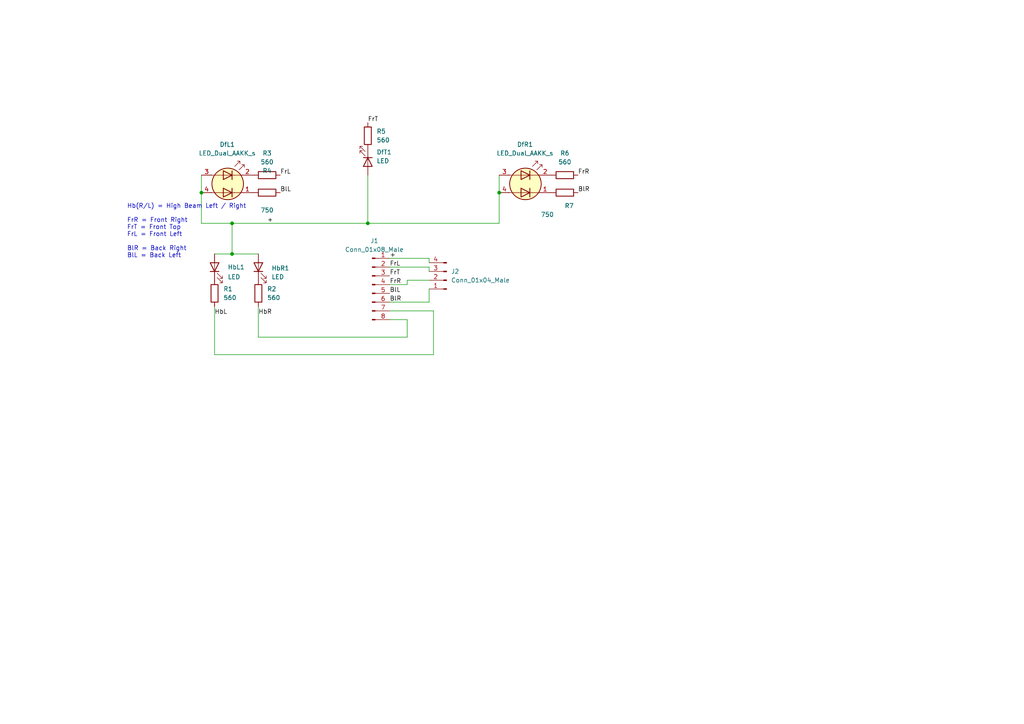
<source format=kicad_sch>
(kicad_sch (version 20211123) (generator eeschema)
  (paper "A4")
  (lib_symbols
    (symbol "Connector:Conn_01x04_Male" (pin_names (offset 1.016) hide)
      (property "Reference" "J" (at 0 5.08 0))
      (property "Value" "Conn_01x04_Male" (at 0 -7.62 0))
      (symbol "Conn_01x04_Male_1_1"
        (polyline (pts (xy 1.27 -5.08) (xy 0.8636 -5.08)) (stroke (width 0.1524)))
        (polyline (pts (xy 1.27 -2.54) (xy 0.8636 -2.54)) (stroke (width 0.1524)))
        (polyline (pts (xy 1.27 0) (xy 0.8636 0)) (stroke (width 0.1524)))
        (polyline (pts (xy 1.27 2.54) (xy 0.8636 2.54)) (stroke (width 0.1524)))
        (rectangle (start 0.8636 -4.953) (end 0 -5.207) (stroke (width 0.1524)) (fill (type outline)))
        (rectangle (start 0.8636 -2.413) (end 0 -2.667) (stroke (width 0.1524)) (fill (type outline)))
        (rectangle (start 0.8636 0.127) (end 0 -0.127) (stroke (width 0.1524)) (fill (type outline)))
        (rectangle (start 0.8636 2.667) (end 0 2.413) (stroke (width 0.1524)) (fill (type outline)))
        (pin passive line (at 5.08 2.54 180) (length 3.81) (name "Pin_1") (number "1"))
        (pin passive line (at 5.08 0 180) (length 3.81) (name "Pin_2") (number "2"))
        (pin passive line (at 5.08 -2.54 180) (length 3.81) (name "Pin_3") (number "3"))
        (pin passive line (at 5.08 -5.08 180) (length 3.81) (name "Pin_4") (number "4"))
      )
    )
    (symbol "Connector:Conn_01x08_Male" (pin_names (offset 1.016) hide)
      (property "Reference" "J" (at 0 10.16 0))
      (property "Value" "Conn_01x08_Male" (at 0 -12.7 0))
      (symbol "Conn_01x08_Male_1_1"
        (polyline (pts (xy 1.27 -10.16) (xy 0.8636 -10.16)) (stroke (width 0.1524)))
        (polyline (pts (xy 1.27 -7.62) (xy 0.8636 -7.62)) (stroke (width 0.1524)))
        (polyline (pts (xy 1.27 -5.08) (xy 0.8636 -5.08)) (stroke (width 0.1524)))
        (polyline (pts (xy 1.27 -2.54) (xy 0.8636 -2.54)) (stroke (width 0.1524)))
        (polyline (pts (xy 1.27 0) (xy 0.8636 0)) (stroke (width 0.1524)))
        (polyline (pts (xy 1.27 2.54) (xy 0.8636 2.54)) (stroke (width 0.1524)))
        (polyline (pts (xy 1.27 5.08) (xy 0.8636 5.08)) (stroke (width 0.1524)))
        (polyline (pts (xy 1.27 7.62) (xy 0.8636 7.62)) (stroke (width 0.1524)))
        (rectangle (start 0.8636 -10.033) (end 0 -10.287) (stroke (width 0.1524)) (fill (type outline)))
        (rectangle (start 0.8636 -7.493) (end 0 -7.747) (stroke (width 0.1524)) (fill (type outline)))
        (rectangle (start 0.8636 -4.953) (end 0 -5.207) (stroke (width 0.1524)) (fill (type outline)))
        (rectangle (start 0.8636 -2.413) (end 0 -2.667) (stroke (width 0.1524)) (fill (type outline)))
        (rectangle (start 0.8636 0.127) (end 0 -0.127) (stroke (width 0.1524)) (fill (type outline)))
        (rectangle (start 0.8636 2.667) (end 0 2.413) (stroke (width 0.1524)) (fill (type outline)))
        (rectangle (start 0.8636 5.207) (end 0 4.953) (stroke (width 0.1524)) (fill (type outline)))
        (rectangle (start 0.8636 7.747) (end 0 7.493) (stroke (width 0.1524)) (fill (type outline)))
        (pin passive line (at 5.08 7.62 180) (length 3.81) (name "Pin_1") (number "1"))
        (pin passive line (at 5.08 5.08 180) (length 3.81) (name "Pin_2") (number "2"))
        (pin passive line (at 5.08 2.54 180) (length 3.81) (name "Pin_3") (number "3"))
        (pin passive line (at 5.08 0 180) (length 3.81) (name "Pin_4") (number "4"))
        (pin passive line (at 5.08 -2.54 180) (length 3.81) (name "Pin_5") (number "5"))
        (pin passive line (at 5.08 -5.08 180) (length 3.81) (name "Pin_6") (number "6"))
        (pin passive line (at 5.08 -7.62 180) (length 3.81) (name "Pin_7") (number "7"))
        (pin passive line (at 5.08 -10.16 180) (length 3.81) (name "Pin_8") (number "8"))
      )
    )
    (symbol "Device:LED" (pin_numbers hide) (pin_names (offset 1.016) hide)
      (property "Reference" "D" (at 0 2.54 0))
      (property "Value" "LED" (at 0 -2.54 0))
      (symbol "LED_0_1"
        (polyline (pts (xy -1.27 -1.27) (xy -1.27 1.27)) (stroke (width 0.254)))
        (polyline (pts (xy -1.27 0) (xy 1.27 0)))
        (polyline (pts (xy 1.27 -1.27) (xy 1.27 1.27) (xy -1.27 0) (xy 1.27 -1.27)) (stroke (width 0.254)))
        (polyline (pts (xy -3.048 -0.762) (xy -4.572 -2.286) (xy -3.81 -2.286) (xy -4.572 -2.286) (xy -4.572 -1.524)))
        (polyline (pts (xy -1.778 -0.762) (xy -3.302 -2.286) (xy -2.54 -2.286) (xy -3.302 -2.286) (xy -3.302 -1.524)))
      )
      (symbol "LED_1_1"
        (pin passive line (at -3.81 0 0) (length 2.54) (name "K") (number "1"))
        (pin passive line (at 3.81 0 180) (length 2.54) (name "A") (number "2"))
      )
    )
    (symbol "Device:LED_Dual_AAKK_s" (pin_names (offset 0) hide)
      (property "Reference" "D" (at 0 5.715 0))
      (property "Value" "LED_Dual_AAKK_s" (at 0 -6.35 0))
      (symbol "LED_Dual_AAKK_s_0_1"
        (polyline (pts (xy -5.08 -2.54) (xy 2.032 -2.54)))
        (polyline (pts (xy -5.08 2.54) (xy 2.032 2.54)))
        (polyline (pts (xy 1.27 -1.27) (xy 1.27 -3.81)) (stroke (width 0.254)))
        (polyline (pts (xy 1.27 3.81) (xy 1.27 1.27)) (stroke (width 0.254)))
        (polyline (pts (xy 3.81 -2.54) (xy 1.905 -2.54)))
        (polyline (pts (xy 3.81 2.54) (xy 1.905 2.54)))
        (polyline (pts (xy -1.27 -1.27) (xy -1.27 -3.81) (xy 1.27 -2.54) (xy -1.27 -1.27)) (stroke (width 0.254)))
        (polyline (pts (xy -1.27 3.81) (xy -1.27 1.27) (xy 1.27 2.54) (xy -1.27 3.81)) (stroke (width 0.254)))
        (polyline (pts (xy 2.032 5.08) (xy 3.556 6.604) (xy 2.794 6.604) (xy 3.556 6.604) (xy 3.556 5.842)))
        (polyline (pts (xy 3.302 4.064) (xy 4.826 5.588) (xy 4.064 5.588) (xy 4.826 5.588) (xy 4.826 4.826)))
        (circle (center 0 0) (radius 4.572) (stroke (width 0.254)) (fill (type background)))
      )
      (symbol "LED_Dual_AAKK_s_1_1"
        (pin input line (at 7.62 -2.54 180) (length 3.81) (name "K2") (number "1"))
        (pin input line (at 7.62 2.54 180) (length 3.81) (name "K1") (number "2"))
        (pin input line (at -7.62 2.54 0) (length 3.048) (name "A1") (number "3"))
        (pin input line (at -7.62 -2.54 0) (length 3.048) (name "A2") (number "4"))
      )
    )
    (symbol "Device:R" (pin_numbers hide) (pin_names (offset 0))
      (property "Reference" "R" (at 2.032 0 90))
      (property "Value" "R" (at 0 0 90))
      (symbol "R_0_1"
        (rectangle (start -1.016 -2.54) (end 1.016 2.54) (stroke (width 0.254)))
      )
      (symbol "R_1_1"
        (pin passive line (at 0 3.81 270) (length 1.27) (name "~") (number "1"))
        (pin passive line (at 0 -3.81 90) (length 1.27) (name "~") (number "2"))
      )
    )
  )
  (junction (at 58.42 55.88))
  (junction (at 67.31 73.66))
  (junction (at 144.78 55.88))
  (junction (at 106.68 64.77))
  (junction (at 67.31 64.77))
  (wire (pts (xy 113.03 77.47) (xy 124.46 77.47)))
  (wire (pts (xy 144.78 55.88) (xy 144.78 64.77)))
  (wire (pts (xy 118.11 82.55) (xy 118.11 81.28)))
  (wire (pts (xy 58.42 64.77) (xy 67.31 64.77)))
  (wire (pts (xy 124.46 87.63) (xy 124.46 83.82)))
  (wire (pts (xy 58.42 50.8) (xy 58.42 55.88)))
  (wire (pts (xy 118.11 81.28) (xy 124.46 81.28)))
  (wire (pts (xy 125.73 90.17) (xy 113.03 90.17)))
  (wire (pts (xy 125.73 102.87) (xy 125.73 90.17)))
  (wire (pts (xy 62.23 102.87) (xy 125.73 102.87)))
  (wire (pts (xy 74.93 97.79) (xy 118.11 97.79)))
  (wire (pts (xy 106.68 50.8) (xy 106.68 64.77)))
  (wire (pts (xy 62.23 88.9) (xy 62.23 102.87)))
  (wire (pts (xy 67.31 64.77) (xy 67.31 73.66)))
  (wire (pts (xy 106.68 64.77) (xy 144.78 64.77)))
  (wire (pts (xy 62.23 73.66) (xy 67.31 73.66)))
  (wire (pts (xy 113.03 92.71) (xy 118.11 92.71)))
  (wire (pts (xy 58.42 55.88) (xy 58.42 64.77)))
  (wire (pts (xy 113.03 74.93) (xy 124.46 74.93)))
  (wire (pts (xy 113.03 87.63) (xy 124.46 87.63)))
  (wire (pts (xy 124.46 77.47) (xy 124.46 78.74)))
  (wire (pts (xy 118.11 92.71) (xy 118.11 97.79)))
  (wire (pts (xy 74.93 88.9) (xy 74.93 97.79)))
  (wire (pts (xy 67.31 73.66) (xy 74.93 73.66)))
  (wire (pts (xy 67.31 64.77) (xy 106.68 64.77)))
  (wire (pts (xy 144.78 50.8) (xy 144.78 55.88)))
  (wire (pts (xy 124.46 74.93) (xy 124.46 76.2)))
  (wire (pts (xy 113.03 82.55) (xy 118.11 82.55)))
  (text "Hb(R/L) = High Beam Left / Right\n\nFrR = Front Right\nFrT = Front Top\nFrL = Front Left\n\nBlR = Back Right\nBlL = Back Left" (at 36.83 74.93 0) (effects (font (size 1.27 1.27)) (justify left bottom)))
  (label "+" (at 113.03 74.93 0))
  (label "BlR" (at 113.03 87.63 0))
  (label "BlL" (at 81.28 55.88 0))
  (label "FrL" (at 81.28 50.8 0))
  (label "FrR" (at 167.64 50.8 0))
  (label "HbR" (at 74.93 91.44 0))
  (label "BlR" (at 167.64 55.88 0))
  (label "FrT" (at 106.68 35.56 0))
  (label "+" (at 77.47 64.77 0))
  (label "FrL" (at 113.03 77.47 0))
  (label "FrR" (at 113.03 82.55 0))
  (label "FrT" (at 113.03 80.01 0))
  (label "HbL" (at 62.23 91.44 0))
  (label "BlL" (at 113.03 85.09 0))
  (symbol (lib_id "Device:LED") (at 106.68 46.99 270) (unit 1)
    (property "Reference" "DfT1" (at 109.22 44.1324 90) (effects (justify left)))
    (property "Value" "LED" (at 109.22 46.6724 90) (effects (justify left)))
    (property "Footprint" "LED_SMD:LED_0603_1608Metric_Pad1.05x0.95mm_HandSolder" (effects hide))
  )
  (symbol (lib_id "Device:R") (at 62.23 85.09 0) (unit 1)
    (property "Reference" "R1" (at 64.77 83.8199 0) (effects (justify left)))
    (property "Value" "560" (at 64.77 86.3599 0) (effects (justify left)))
    (property "Footprint" "Resistor_SMD:R_1206_3216Metric_Pad1.30x1.75mm_HandSolder" (effects hide))
  )
  (symbol (lib_id "Device:R") (at 77.47 50.8 90) (unit 1)
    (property "Reference" "R3" (at 77.47 44.45 90))
    (property "Value" "560" (at 77.47 46.99 90))
    (property "Footprint" "Resistor_SMD:R_1206_3216Metric_Pad1.30x1.75mm_HandSolder" (effects hide))
  )
  (symbol (lib_id "Device:R") (at 163.83 55.88 90) (unit 1)
    (property "Reference" "R7" (at 165.1 59.69 90))
    (property "Value" "750" (at 158.75 62.23 90))
    (property "Footprint" "Resistor_SMD:R_1206_3216Metric_Pad1.30x1.75mm_HandSolder" (effects hide))
  )
  (symbol (lib_id "Device:R") (at 74.93 85.09 0) (unit 1)
    (property "Reference" "R2" (at 77.47 83.8199 0) (effects (justify left)))
    (property "Value" "560" (at 77.47 86.3599 0) (effects (justify left)))
    (property "Footprint" "Resistor_SMD:R_1206_3216Metric_Pad1.30x1.75mm_HandSolder" (effects hide))
  )
  (symbol (lib_id "Device:LED_Dual_AAKK_s") (at 152.4 53.34 0) (unit 1)
    (property "Reference" "DfR1" (at 152.273 41.91 0))
    (property "Value" "LED_Dual_AAKK_s" (at 152.273 44.45 0))
    (property "Footprint" "LED_SMD:LED_0605_1613Metric" (effects hide))
  )
  (symbol (lib_id "Device:LED_Dual_AAKK_s") (at 66.04 53.34 0) (unit 1)
    (property "Reference" "DfL1" (at 65.913 41.91 0))
    (property "Value" "LED_Dual_AAKK_s" (at 65.913 44.45 0))
    (property "Footprint" "LED_SMD:LED_0605_1613Metric" (effects hide))
  )
  (symbol (lib_id "Device:R") (at 106.68 39.37 0) (unit 1)
    (property "Reference" "R5" (at 109.22 38.0999 0) (effects (justify left)))
    (property "Value" "560" (at 109.22 40.6399 0) (effects (justify left)))
    (property "Footprint" "Resistor_SMD:R_1206_3216Metric_Pad1.30x1.75mm_HandSolder" (effects hide))
  )
  (symbol (lib_id "Connector:Conn_01x04_Male") (at 129.54 81.28 180) (unit 1)
    (property "Reference" "J2" (at 130.81 78.7399 0) (effects (justify right)))
    (property "Value" "Conn_01x04_Male" (at 130.81 81.2799 0) (effects (justify right)))
    (property "Footprint" "Connector_PinHeader_1.27mm:PinHeader_1x04_P1.27mm_Horizontal" (effects hide))
  )
  (symbol (lib_id "Device:R") (at 163.83 50.8 90) (unit 1)
    (property "Reference" "R6" (at 163.83 44.45 90))
    (property "Value" "560" (at 163.83 46.99 90))
    (property "Footprint" "Resistor_SMD:R_1206_3216Metric_Pad1.30x1.75mm_HandSolder" (effects hide))
  )
  (symbol (lib_id "Device:R") (at 77.47 55.88 90) (unit 1)
    (property "Reference" "R4" (at 77.47 49.53 90))
    (property "Value" "750" (at 77.47 60.96 90))
    (property "Footprint" "Resistor_SMD:R_1206_3216Metric_Pad1.30x1.75mm_HandSolder" (effects hide))
  )
  (symbol (lib_id "Device:LED") (at 62.23 77.47 90) (unit 1)
    (property "Reference" "HbL1" (at 66.04 77.47 90) (effects (justify right)))
    (property "Value" "LED" (at 66.04 80.3274 90) (effects (justify right)))
    (property "Footprint" "LED_SMD:LED_1206_3216Metric_Pad1.42x1.75mm_HandSolder" (effects hide))
  )
  (symbol (lib_id "Device:LED") (at 74.93 77.47 90) (unit 1)
    (property "Reference" "HbR1" (at 78.74 77.7874 90) (effects (justify right)))
    (property "Value" "LED" (at 78.74 80.3274 90) (effects (justify right)))
    (property "Footprint" "LED_SMD:LED_1206_3216Metric_Pad1.42x1.75mm_HandSolder" (effects hide))
  )
  (symbol (lib_id "Connector:Conn_01x08_Male") (at 107.95 82.55 0) (unit 1)
    (property "Reference" "J1" (at 108.585 69.85 0))
    (property "Value" "Conn_01x08_Male" (at 108.585 72.39 0))
    (property "Footprint" "Connector_PinHeader_1.27mm:PinHeader_1x08_P1.27mm_Horizontal" (effects hide))
  )
)
</source>
